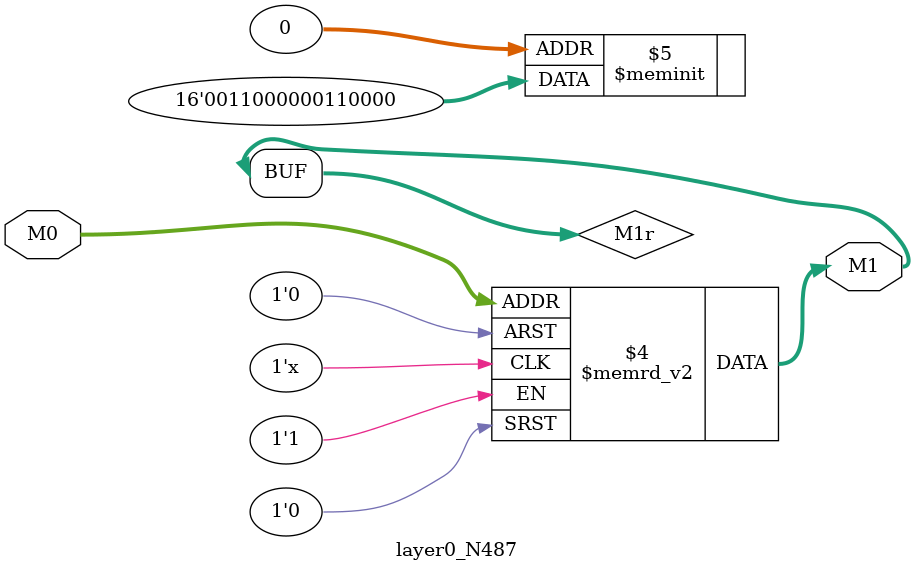
<source format=v>
module layer0_N487 ( input [2:0] M0, output [1:0] M1 );

	(*rom_style = "distributed" *) reg [1:0] M1r;
	assign M1 = M1r;
	always @ (M0) begin
		case (M0)
			3'b000: M1r = 2'b00;
			3'b100: M1r = 2'b00;
			3'b010: M1r = 2'b11;
			3'b110: M1r = 2'b11;
			3'b001: M1r = 2'b00;
			3'b101: M1r = 2'b00;
			3'b011: M1r = 2'b00;
			3'b111: M1r = 2'b00;

		endcase
	end
endmodule

</source>
